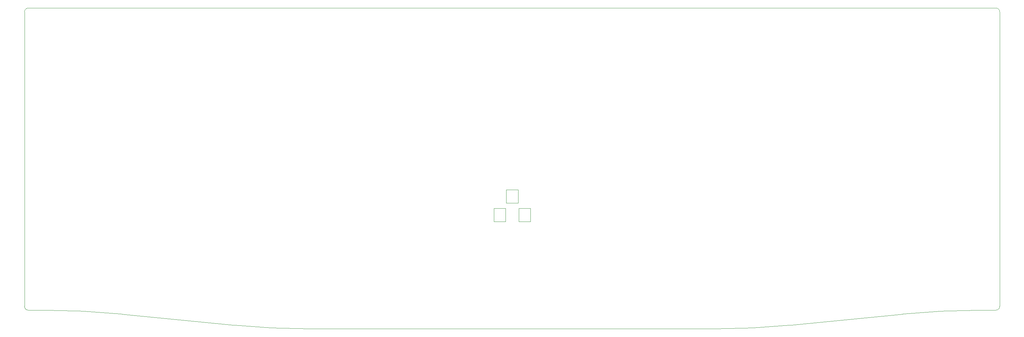
<source format=gbr>
%TF.GenerationSoftware,KiCad,Pcbnew,(6.0.7)*%
%TF.CreationDate,2023-02-03T16:15:22+01:00*%
%TF.ProjectId,alpha-curISO_rp2040,616c7068-612d-4637-9572-49534f5f7270,rev?*%
%TF.SameCoordinates,Original*%
%TF.FileFunction,Profile,NP*%
%FSLAX46Y46*%
G04 Gerber Fmt 4.6, Leading zero omitted, Abs format (unit mm)*
G04 Created by KiCad (PCBNEW (6.0.7)) date 2023-02-03 16:15:22*
%MOMM*%
%LPD*%
G01*
G04 APERTURE LIST*
%TA.AperFunction,Profile*%
%ADD10C,0.050000*%
%TD*%
%TA.AperFunction,Profile*%
%ADD11C,0.120000*%
%TD*%
G04 APERTURE END LIST*
D10*
X23337511Y-124907490D02*
G75*
G03*
X24337500Y-125907489I999889J-110D01*
G01*
X271937500Y-108787414D02*
X271937500Y-65877955D01*
X267052506Y-125907487D02*
G75*
G03*
X247197758Y-126888064I94J-201502013D01*
G01*
X199197493Y-130670187D02*
G75*
G03*
X218756637Y-129704207I7J198499487D01*
G01*
X271937500Y-51637414D02*
X271937500Y-49757684D01*
X267052506Y-125907487D02*
X270937500Y-125907487D01*
X48077234Y-126888066D02*
X76518369Y-129704208D01*
X23337502Y-49757685D02*
X23337501Y-51637365D01*
X76518369Y-129704208D02*
G75*
G03*
X96077500Y-130670184I19559131J197534108D01*
G01*
X271937500Y-65877955D02*
X271937500Y-51637414D01*
X23337501Y-108787365D02*
X23337501Y-123028004D01*
X271937516Y-49757684D02*
G75*
G03*
X270937500Y-48757684I-1000216J-216D01*
G01*
X270937500Y-48757684D02*
X24337500Y-48757686D01*
X24337500Y-125907489D02*
X28222500Y-125907490D01*
X23337501Y-123028004D02*
X23337501Y-124907490D01*
X271937500Y-123027955D02*
X271937500Y-108787414D01*
X270937500Y-125907500D02*
G75*
G03*
X271937500Y-124907487I100J999900D01*
G01*
X218756637Y-129704207D02*
X247197758Y-126888064D01*
X23337501Y-51637365D02*
X23337500Y-65878004D01*
X48077234Y-126888065D02*
G75*
G03*
X28222500Y-125907490I-19854634J-200517435D01*
G01*
X23337500Y-65878004D02*
X23337501Y-108787365D01*
X271937500Y-124907487D02*
X271937500Y-123027955D01*
X24337500Y-48757702D02*
G75*
G03*
X23337502Y-49757685I0J-999998D01*
G01*
X96077500Y-130670184D02*
X199197493Y-130670185D01*
D11*
%TO.C,LED2*%
X146137500Y-95137500D02*
X146137500Y-98537500D01*
X146137500Y-98537500D02*
X149137500Y-98537500D01*
X149137500Y-98537500D02*
X149137500Y-95137500D01*
X149137500Y-95137500D02*
X146137500Y-95137500D01*
%TO.C,LED3*%
X152312500Y-99900000D02*
X149312500Y-99900000D01*
X149312500Y-99900000D02*
X149312500Y-103300000D01*
X152312500Y-103300000D02*
X152312500Y-99900000D01*
X149312500Y-103300000D02*
X152312500Y-103300000D01*
%TO.C,LED1*%
X142962500Y-103300000D02*
X145962500Y-103300000D01*
X145962500Y-99900000D02*
X142962500Y-99900000D01*
X142962500Y-99900000D02*
X142962500Y-103300000D01*
X145962500Y-103300000D02*
X145962500Y-99900000D01*
%TD*%
M02*

</source>
